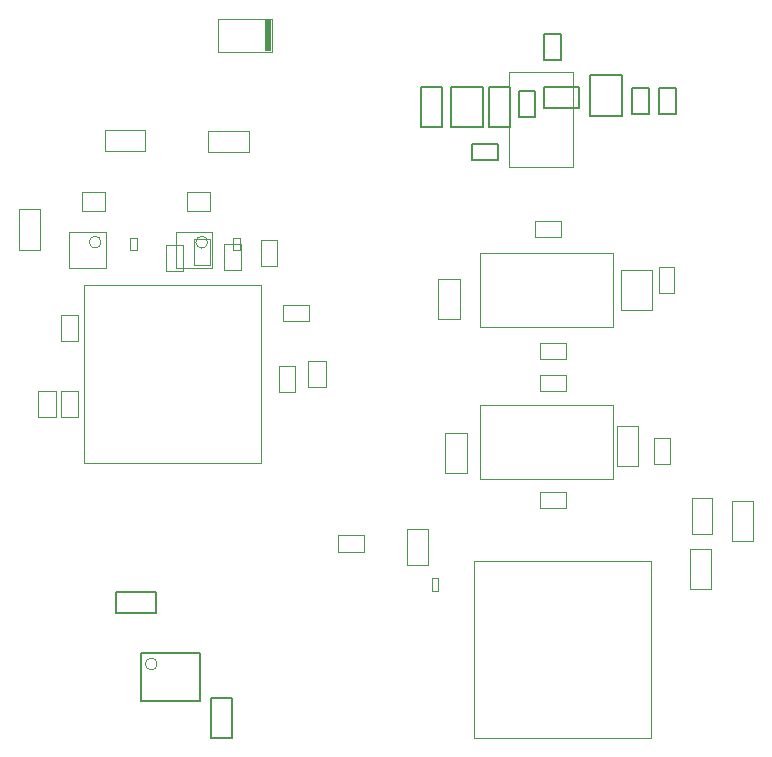
<source format=gbr>
%TF.GenerationSoftware,Altium Limited,Altium Designer,18.0.12 (696)*%
G04 Layer_Color=16711935*
%FSLAX26Y26*%
%MOIN*%
%TF.FileFunction,Other,Mechanical_13*%
%TF.Part,Single*%
G01*
G75*
%TA.AperFunction,NonConductor*%
%ADD103C,0.003937*%
%ADD104C,0.005000*%
%ADD114R,0.023829X0.109843*%
D103*
X270276Y1760591D02*
G03*
X270276Y1760591I-19685J0D01*
G01*
X625276D02*
G03*
X625276Y1760591I-19685J0D01*
G01*
X456929Y354394D02*
G03*
X456929Y354394I-19685J0D01*
G01*
X961457Y1276693D02*
Y1363307D01*
X1018543Y1276693D02*
Y1363307D01*
X961457Y1276693D02*
X1018543D01*
X961457Y1363307D02*
X1018543D01*
X136457Y1431693D02*
X193543D01*
X136457Y1518307D02*
X193543D01*
X136457Y1431693D02*
Y1518307D01*
X193543Y1431693D02*
Y1518307D01*
X61457Y1263307D02*
X118543D01*
X61457Y1176693D02*
X118543D01*
Y1263307D01*
X61457Y1176693D02*
Y1263307D01*
X804425Y1682693D02*
Y1769307D01*
X857575Y1682693D02*
Y1769307D01*
X804425Y1682693D02*
X857575D01*
X804425Y1769307D02*
X857575D01*
X67433Y1736071D02*
Y1869929D01*
X-3433Y1736071D02*
Y1869929D01*
Y1736071D02*
X67433D01*
X-3433Y1869929D02*
X67433D01*
X1513724Y697276D02*
X2104276D01*
X1513724Y106724D02*
X2104276D01*
X1513724D02*
Y697276D01*
X2104276Y106724D02*
Y697276D01*
X416929Y2064567D02*
Y2135433D01*
X283071Y2064567D02*
Y2135433D01*
X416929D01*
X283071Y2064567D02*
X416929D01*
X761929Y2059567D02*
Y2130433D01*
X628071Y2059567D02*
Y2130433D01*
X761929D01*
X628071Y2059567D02*
X761929D01*
X710173Y1774669D02*
X731827D01*
X710173Y1733331D02*
X731827D01*
X710173D02*
Y1774669D01*
X731827Y1733331D02*
Y1774669D01*
X368173Y1775669D02*
X389827D01*
X368173Y1734331D02*
X389827D01*
X368173D02*
Y1775669D01*
X389827Y1734331D02*
Y1775669D01*
X838583Y2395079D02*
Y2504921D01*
X661417Y2395079D02*
Y2504921D01*
X838583D01*
X661417Y2395079D02*
X838583D01*
X163976Y1673976D02*
X286024D01*
X163976Y1796024D02*
X286024D01*
X163976Y1673976D02*
Y1796024D01*
X286024Y1673976D02*
Y1796024D01*
X518976Y1673976D02*
X641024D01*
X518976Y1796024D02*
X641024D01*
X518976Y1673976D02*
Y1796024D01*
X641024Y1673976D02*
Y1796024D01*
X2001850Y1666929D02*
X2108150D01*
X2001850Y1533071D02*
X2108150D01*
Y1666929D01*
X2001850Y1533071D02*
Y1666929D01*
X1394567Y1636929D02*
X1465433D01*
X1394567Y1503071D02*
X1465433D01*
Y1636929D01*
X1394567Y1503071D02*
Y1636929D01*
X1628913Y2011913D02*
Y2326087D01*
X1843087Y2011913D02*
Y2326087D01*
X1628913Y2011520D02*
X1843087D01*
X1628913Y2326480D02*
X1843087D01*
X2239291Y787150D02*
X2308189D01*
X2239291Y907229D02*
X2308189D01*
Y787150D02*
Y907229D01*
X2239291Y787150D02*
Y907229D01*
X2233307Y605260D02*
X2304173D01*
X2233307Y739118D02*
X2304173D01*
X2233307Y605260D02*
Y739118D01*
X2304173Y605260D02*
Y739118D01*
X2373307Y764315D02*
X2444173D01*
X2373307Y898173D02*
X2444173D01*
X2373307Y764315D02*
Y898173D01*
X2444173Y764315D02*
Y898173D01*
X1716693Y1831575D02*
X1803307D01*
X1716693Y1778425D02*
X1803307D01*
X1716693D02*
Y1831575D01*
X1803307Y1778425D02*
Y1831575D01*
X1533543Y1723032D02*
X1976457D01*
X1533543Y1476968D02*
X1976457D01*
Y1723032D01*
X1533543Y1476968D02*
Y1723032D01*
X2128425Y1591693D02*
Y1678307D01*
X2181575Y1591693D02*
Y1678307D01*
X2128425Y1591693D02*
X2181575D01*
X2128425Y1678307D02*
X2181575D01*
X1533543Y1218032D02*
X1976457D01*
X1533543Y971968D02*
X1976457D01*
Y1218032D01*
X1533543Y971968D02*
Y1218032D01*
X1989567Y1013071D02*
Y1146929D01*
X2060433Y1013071D02*
Y1146929D01*
X1989567Y1013071D02*
X2060433D01*
X1989567Y1146929D02*
X2060433D01*
X1732693Y1423575D02*
X1819307D01*
X1732693Y1370425D02*
X1819307D01*
X1732693D02*
Y1423575D01*
X1819307Y1370425D02*
Y1423575D01*
X1289551Y683961D02*
Y804039D01*
X1358449Y683961D02*
Y804039D01*
X1289551D02*
X1358449D01*
X1289551Y683961D02*
X1358449D01*
X1394827Y599331D02*
Y640669D01*
X1373173Y599331D02*
Y640669D01*
X1394827D01*
X1373173Y599331D02*
X1394827D01*
X1060693Y726457D02*
X1147307D01*
X1060693Y783543D02*
X1147307D01*
Y726457D02*
Y783543D01*
X1060693Y726457D02*
Y783543D01*
X1731693Y926575D02*
X1818307D01*
X1731693Y873425D02*
X1818307D01*
X1731693D02*
Y926575D01*
X1818307Y873425D02*
Y926575D01*
X2113425Y1021693D02*
Y1108307D01*
X2166575Y1021693D02*
Y1108307D01*
X2113425Y1021693D02*
X2166575D01*
X2113425Y1108307D02*
X2166575D01*
X1417567Y992071D02*
Y1125929D01*
X1488433Y992071D02*
Y1125929D01*
X1417567Y992071D02*
X1488433D01*
X1417567Y1125929D02*
X1488433D01*
X1733693Y1318575D02*
X1820307D01*
X1733693Y1265425D02*
X1820307D01*
X1733693D02*
Y1318575D01*
X1820307Y1265425D02*
Y1318575D01*
X212724Y1025724D02*
Y1616276D01*
X803276Y1025724D02*
Y1616276D01*
X212724D02*
X803276D01*
X212724Y1025724D02*
X803276D01*
X555630Y1863504D02*
X634370D01*
X555630Y1926496D02*
X634370D01*
Y1863504D02*
Y1926496D01*
X555630Y1863504D02*
Y1926496D01*
X863425Y1261693D02*
Y1348307D01*
X916575Y1261693D02*
Y1348307D01*
X863425Y1261693D02*
X916575D01*
X863425Y1348307D02*
X916575D01*
X136457Y1176693D02*
Y1263307D01*
X193543Y1176693D02*
Y1263307D01*
X136457Y1176693D02*
X193543D01*
X136457Y1263307D02*
X193543D01*
X487457Y1665693D02*
Y1752307D01*
X544543Y1665693D02*
Y1752307D01*
X487457Y1665693D02*
X544543D01*
X487457Y1752307D02*
X544543D01*
X581425Y1683693D02*
Y1770307D01*
X634575Y1683693D02*
Y1770307D01*
X581425Y1683693D02*
X634575D01*
X581425Y1770307D02*
X634575D01*
X680457Y1666693D02*
Y1753307D01*
X737543Y1666693D02*
Y1753307D01*
X680457Y1666693D02*
X737543D01*
X680457Y1753307D02*
X737543D01*
X876693Y1551575D02*
X963307D01*
X876693Y1498425D02*
X963307D01*
X876693D02*
Y1551575D01*
X963307Y1498425D02*
Y1551575D01*
X205630Y1863504D02*
X284370D01*
X205630Y1926496D02*
X284370D01*
Y1863504D02*
Y1926496D01*
X205630Y1863504D02*
Y1926496D01*
D104*
X1563566Y2144014D02*
X1634434D01*
X1563566Y2277872D02*
X1634434D01*
Y2144014D02*
Y2277872D01*
X1563566Y2144014D02*
Y2277872D01*
X1435850Y2144016D02*
X1542150D01*
X1435850Y2277874D02*
X1542150D01*
Y2144016D02*
Y2277874D01*
X1435850Y2144016D02*
Y2277874D01*
X1336220Y2144292D02*
X1407086D01*
X1336220Y2278150D02*
X1407086D01*
Y2144292D02*
Y2278150D01*
X1336220Y2144292D02*
Y2278150D01*
X2130456Y2187636D02*
X2187544D01*
X2130456Y2274250D02*
X2187544D01*
Y2187636D02*
Y2274250D01*
X2130456Y2187636D02*
Y2274250D01*
X2040458Y2187636D02*
X2097544D01*
X2040458Y2274250D02*
X2097544D01*
Y2187636D02*
Y2274250D01*
X2040458Y2187636D02*
Y2274250D01*
X1746456Y2453307D02*
X1803544D01*
X1746456Y2366693D02*
X1803544D01*
X1746456D02*
Y2453307D01*
X1803544Y2366693D02*
Y2453307D01*
X1901180Y2316536D02*
X2007480D01*
X1901180Y2182676D02*
X2007480D01*
X1901180D02*
Y2316536D01*
X2007480Y2182676D02*
Y2316536D01*
X1662426Y2264252D02*
X1715574D01*
X1662426Y2177638D02*
X1715574D01*
X1662426D02*
Y2264252D01*
X1715574Y2177638D02*
Y2264252D01*
X1592308Y2034368D02*
Y2087518D01*
X1505692Y2034368D02*
Y2087518D01*
X1592308D01*
X1505692Y2034368D02*
X1592308D01*
X1747662Y2207912D02*
Y2276810D01*
X1861834Y2207912D02*
Y2276810D01*
X1747662D02*
X1861834D01*
X1747662Y2207912D02*
X1861834D01*
X635566Y240930D02*
X706432D01*
X635566Y107072D02*
X706432D01*
X635566D02*
Y240930D01*
X706432Y107072D02*
Y240930D01*
X319070Y523566D02*
Y594432D01*
X452928Y523566D02*
Y594432D01*
X319070Y523566D02*
X452928D01*
X319070Y594432D02*
X452928D01*
X598662Y232346D02*
Y389828D01*
X401812Y232346D02*
Y389828D01*
Y232346D02*
X598662D01*
X401812Y389828D02*
X598662D01*
D114*
X826666Y2450000D02*
D03*
%TF.MD5,b8fa6d3bccd2daa2b973074999267dc6*%
M02*

</source>
